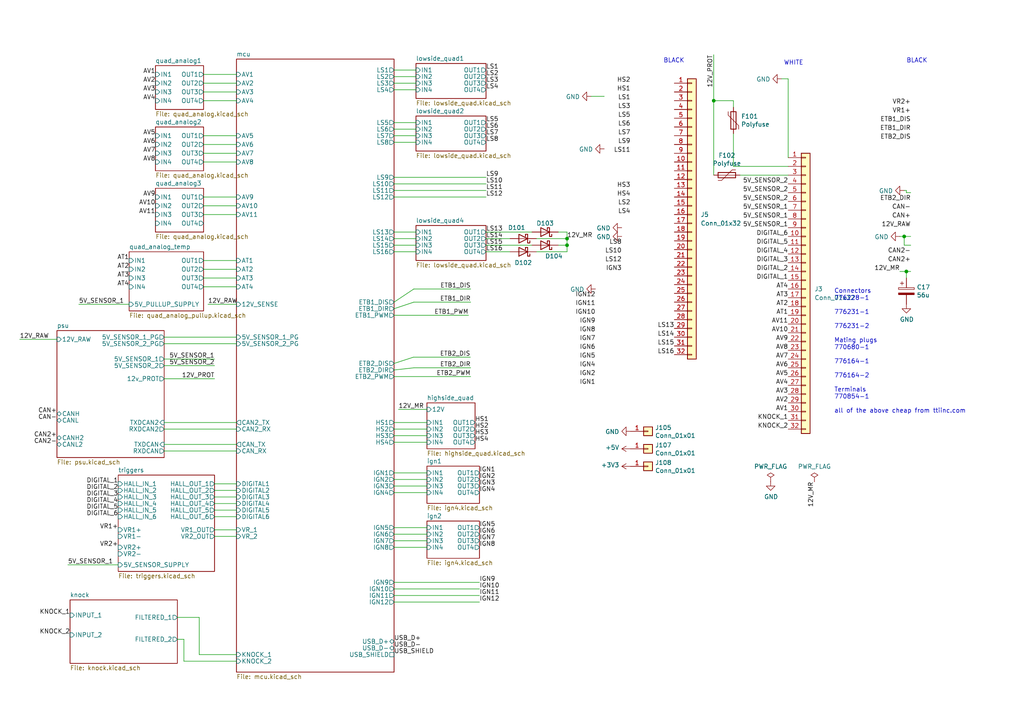
<source format=kicad_sch>
(kicad_sch (version 20211123) (generator eeschema)
  (paper "A4")
  (title_block (title "rusEfi Proteus") (date "2022-04-09") (rev "v0.7") (company "rusEFI") (comment 1 "github.com/mck1117/proteus") (comment 2 "rusefi.com/s/proteus"))
  (lib_symbols
    (symbol "Connector_Generic:Conn_01x01" (pin_names (offset 1.016) hide)
      (property "Reference" "J" (at 0 2.54 0))
      (property "Value" "Conn_01x01" (at 0 -2.54 0))
      (symbol "Conn_01x01_1_1"
        (rectangle (start -1.27 0.127) (end 0 -0.127) (stroke (width 0.1524)))
        (rectangle (start -1.27 1.27) (end 1.27 -1.27) (stroke (width 0.254)) (fill (type background)))
        (pin passive line (at -5.08 0 0) (length 3.81) (name "Pin_1") (number "1"))
      )
    )
    (symbol "Connector_Generic:Conn_01x16" (pin_names (offset 1.016) hide)
      (property "Reference" "J" (at 0 20.32 0))
      (property "Value" "Conn_01x16" (at 0 -22.86 0))
      (symbol "Conn_01x16_1_1"
        (rectangle (start -1.27 -20.193) (end 0 -20.447) (stroke (width 0.1524)))
        (rectangle (start -1.27 -17.653) (end 0 -17.907) (stroke (width 0.1524)))
        (rectangle (start -1.27 -15.113) (end 0 -15.367) (stroke (width 0.1524)))
        (rectangle (start -1.27 -12.573) (end 0 -12.827) (stroke (width 0.1524)))
        (rectangle (start -1.27 -10.033) (end 0 -10.287) (stroke (width 0.1524)))
        (rectangle (start -1.27 -7.493) (end 0 -7.747) (stroke (width 0.1524)))
        (rectangle (start -1.27 -4.953) (end 0 -5.207) (stroke (width 0.1524)))
        (rectangle (start -1.27 -2.413) (end 0 -2.667) (stroke (width 0.1524)))
        (rectangle (start -1.27 0.127) (end 0 -0.127) (stroke (width 0.1524)))
        (rectangle (start -1.27 2.667) (end 0 2.413) (stroke (width 0.1524)))
        (rectangle (start -1.27 5.207) (end 0 4.953) (stroke (width 0.1524)))
        (rectangle (start -1.27 7.747) (end 0 7.493) (stroke (width 0.1524)))
        (rectangle (start -1.27 10.287) (end 0 10.033) (stroke (width 0.1524)))
        (rectangle (start -1.27 12.827) (end 0 12.573) (stroke (width 0.1524)))
        (rectangle (start -1.27 15.367) (end 0 15.113) (stroke (width 0.1524)))
        (rectangle (start -1.27 17.907) (end 0 17.653) (stroke (width 0.1524)))
        (rectangle (start -1.27 19.05) (end 1.27 -21.59) (stroke (width 0.254)) (fill (type background)))
        (pin passive line (at -5.08 17.78 0) (length 3.81) (name "Pin_1") (number "1"))
        (pin passive line (at -5.08 -5.08 0) (length 3.81) (name "Pin_10") (number "10"))
        (pin passive line (at -5.08 -7.62 0) (length 3.81) (name "Pin_11") (number "11"))
        (pin passive line (at -5.08 -10.16 0) (length 3.81) (name "Pin_12") (number "12"))
        (pin passive line (at -5.08 -12.7 0) (length 3.81) (name "Pin_13") (number "13"))
        (pin passive line (at -5.08 -15.24 0) (length 3.81) (name "Pin_14") (number "14"))
        (pin passive line (at -5.08 -17.78 0) (length 3.81) (name "Pin_15") (number "15"))
        (pin passive line (at -5.08 -20.32 0) (length 3.81) (name "Pin_16") (number "16"))
        (pin passive line (at -5.08 15.24 0) (length 3.81) (name "Pin_2") (number "2"))
        (pin passive line (at -5.08 12.7 0) (length 3.81) (name "Pin_3") (number "3"))
        (pin passive line (at -5.08 10.16 0) (length 3.81) (name "Pin_4") (number "4"))
        (pin passive line (at -5.08 7.62 0) (length 3.81) (name "Pin_5") (number "5"))
        (pin passive line (at -5.08 5.08 0) (length 3.81) (name "Pin_6") (number "6"))
        (pin passive line (at -5.08 2.54 0) (length 3.81) (name "Pin_7") (number "7"))
        (pin passive line (at -5.08 0 0) (length 3.81) (name "Pin_8") (number "8"))
        (pin passive line (at -5.08 -2.54 0) (length 3.81) (name "Pin_9") (number "9"))
      )
    )
    (symbol "Connector_Generic:Conn_01x32" (pin_names (offset 1.016) hide)
      (property "Reference" "J" (at 0 40.64 0))
      (property "Value" "Conn_01x32" (at 0 -43.18 0))
      (symbol "Conn_01x32_1_1"
        (rectangle (start -1.27 -40.513) (end 0 -40.767) (stroke (width 0.1524)))
        (rectangle (start -1.27 -37.973) (end 0 -38.227) (stroke (width 0.1524)))
        (rectangle (start -1.27 -35.433) (end 0 -35.687) (stroke (width 0.1524)))
        (rectangle (start -1.27 -32.893) (end 0 -33.147) (stroke (width 0.1524)))
        (rectangle (start -1.27 -30.353) (end 0 -30.607) (stroke (width 0.1524)))
        (rectangle (start -1.27 -27.813) (end 0 -28.067) (stroke (width 0.1524)))
        (rectangle (start -1.27 -25.273) (end 0 -25.527) (stroke (width 0.1524)))
        (rectangle (start -1.27 -22.733) (end 0 -22.987) (stroke (width 0.1524)))
        (rectangle (start -1.27 -20.193) (end 0 -20.447) (stroke (width 0.1524)))
        (rectangle (start -1.27 -17.653) (end 0 -17.907) (stroke (width 0.1524)))
        (rectangle (start -1.27 -15.113) (end 0 -15.367) (stroke (width 0.1524)))
        (rectangle (start -1.27 -12.573) (end 0 -12.827) (stroke (width 0.1524)))
        (rectangle (start -1.27 -10.033) (end 0 -10.287) (stroke (width 0.1524)))
        (rectangle (start -1.27 -7.493) (end 0 -7.747) (stroke (width 0.1524)))
        (rectangle (start -1.27 -4.953) (end 0 -5.207) (stroke (width 0.1524)))
        (rectangle (start -1.27 -2.413) (end 0 -2.667) (stroke (width 0.1524)))
        (rectangle (start -1.27 0.127) (end 0 -0.127) (stroke (width 0.1524)))
        (rectangle (start -1.27 2.667) (end 0 2.413) (stroke (width 0.1524)))
        (rectangle (start -1.27 5.207) (end 0 4.953) (stroke (width 0.1524)))
        (rectangle (start -1.27 7.747) (end 0 7.493) (stroke (width 0.1524)))
        (rectangle (start -1.27 10.287) (end 0 10.033) (stroke (width 0.1524)))
        (rectangle (start -1.27 12.827) (end 0 12.573) (stroke (width 0.1524)))
        (rectangle (start -1.27 15.367) (end 0 15.113) (stroke (width 0.1524)))
        (rectangle (start -1.27 17.907) (end 0 17.653) (stroke (width 0.1524)))
        (rectangle (start -1.27 20.447) (end 0 20.193) (stroke (width 0.1524)))
        (rectangle (start -1.27 22.987) (end 0 22.733) (stroke (width 0.1524)))
        (rectangle (start -1.27 25.527) (end 0 25.273) (stroke (width 0.1524)))
        (rectangle (start -1.27 28.067) (end 0 27.813) (stroke (width 0.1524)))
        (rectangle (start -1.27 30.607) (end 0 30.353) (stroke (width 0.1524)))
        (rectangle (start -1.27 33.147) (end 0 32.893) (stroke (width 0.1524)))
        (rectangle (start -1.27 35.687) (end 0 35.433) (stroke (width 0.1524)))
        (rectangle (start -1.27 38.227) (end 0 37.973) (stroke (width 0.1524)))
        (rectangle (start -1.27 39.37) (end 1.27 -41.91) (stroke (width 0.254)) (fill (type background)))
        (pin passive line (at -5.08 38.1 0) (length 3.81) (name "Pin_1") (number "1"))
        (pin passive line (at -5.08 15.24 0) (length 3.81) (name "Pin_10") (number "10"))
        (pin passive line (at -5.08 12.7 0) (length 3.81) (name "Pin_11") (number "11"))
        (pin passive line (at -5.08 10.16 0) (length 3.81) (name "Pin_12") (number "12"))
        (pin passive line (at -5.08 7.62 0) (length 3.81) (name "Pin_13") (number "13"))
        (pin passive line (at -5.08 5.08 0) (length 3.81) (name "Pin_14") (number "14"))
        (pin passive line (at -5.08 2.54 0) (length 3.81) (name "Pin_15") (number "15"))
        (pin passive line (at -5.08 0 0) (length 3.81) (name "Pin_16") (number "16"))
        (pin passive line (at -5.08 -2.54 0) (length 3.81) (name "Pin_17") (number "17"))
        (pin passive line (at -5.08 -5.08 0) (length 3.81) (name "Pin_18") (number "18"))
        (pin passive line (at -5.08 -7.62 0) (length 3.81) (name "Pin_19") (number "19"))
        (pin passive line (at -5.08 35.56 0) (length 3.81) (name "Pin_2") (number "2"))
        (pin passive line (at -5.08 -10.16 0) (length 3.81) (name "Pin_20") (number "20"))
        (pin passive line (at -5.08 -12.7 0) (length 3.81) (name "Pin_21") (number "21"))
        (pin passive line (at -5.08 -15.24 0) (length 3.81) (name "Pin_22") (number "22"))
        (pin passive line (at -5.08 -17.78 0) (length 3.81) (name "Pin_23") (number "23"))
        (pin passive line (at -5.08 -20.32 0) (length 3.81) (name "Pin_24") (number "24"))
        (pin passive line (at -5.08 -22.86 0) (length 3.81) (name "Pin_25") (number "25"))
        (pin passive line (at -5.08 -25.4 0) (length 3.81) (name "Pin_26") (number "26"))
        (pin passive line (at -5.08 -27.94 0) (length 3.81) (name "Pin_27") (number "27"))
        (pin passive line (at -5.08 -30.48 0) (length 3.81) (name "Pin_28") (number "28"))
        (pin passive line (at -5.08 -33.02 0) (length 3.81) (name "Pin_29") (number "29"))
        (pin passive line (at -5.08 33.02 0) (length 3.81) (name "Pin_3") (number "3"))
        (pin passive line (at -5.08 -35.56 0) (length 3.81) (name "Pin_30") (number "30"))
        (pin passive line (at -5.08 -38.1 0) (length 3.81) (name "Pin_31") (number "31"))
        (pin passive line (at -5.08 -40.64 0) (length 3.81) (name "Pin_32") (number "32"))
        (pin passive line (at -5.08 30.48 0) (length 3.81) (name "Pin_4") (number "4"))
        (pin passive line (at -5.08 27.94 0) (length 3.81) (name "Pin_5") (number "5"))
        (pin passive line (at -5.08 25.4 0) (length 3.81) (name "Pin_6") (number "6"))
        (pin passive line (at -5.08 22.86 0) (length 3.81) (name "Pin_7") (number "7"))
        (pin passive line (at -5.08 20.32 0) (length 3.81) (name "Pin_8") (number "8"))
        (pin passive line (at -5.08 17.78 0) (length 3.81) (name "Pin_9") (number "9"))
      )
    )
    (symbol "Device:CP" (pin_numbers hide) (pin_names (offset 0.254))
      (property "Reference" "C" (at 0.635 2.54 0))
      (property "Value" "Device_CP" (at 0.635 -2.54 0))
      (symbol "CP_0_1"
        (rectangle (start -2.286 0.508) (end 2.286 1.016))
        (polyline (pts (xy -1.778 2.286) (xy -0.762 2.286)))
        (polyline (pts (xy -1.27 2.794) (xy -1.27 1.778)))
        (rectangle (start 2.286 -0.508) (end -2.286 -1.016) (fill (type outline)))
      )
      (symbol "CP_1_1"
        (pin passive line (at 0 3.81 270) (length 2.794) (name "~") (number "1"))
        (pin passive line (at 0 -3.81 90) (length 2.794) (name "~") (number "2"))
      )
    )
    (symbol "Device:D_Schottky" (pin_numbers hide) (pin_names (offset 1.016) hide)
      (property "Reference" "D" (at 0 2.54 0))
      (property "Value" "D_Schottky" (at 0 -2.54 0))
      (symbol "D_Schottky_0_1"
        (polyline (pts (xy 1.27 0) (xy -1.27 0)))
        (polyline (pts (xy 1.27 1.27) (xy 1.27 -1.27) (xy -1.27 0) (xy 1.27 1.27)) (stroke (width 0.254)))
        (polyline (pts (xy -1.905 0.635) (xy -1.905 1.27) (xy -1.27 1.27) (xy -1.27 -1.27) (xy -0.635 -1.27) (xy -0.635 -0.635)) (stroke (width 0.254)))
      )
      (symbol "D_Schottky_1_1"
        (pin passive line (at -3.81 0 0) (length 2.54) (name "K") (number "1"))
        (pin passive line (at 3.81 0 180) (length 2.54) (name "A") (number "2"))
      )
    )
    (symbol "Device:Polyfuse" (pin_numbers hide) (pin_names (offset 0))
      (property "Reference" "F" (at -2.54 0 90))
      (property "Value" "Polyfuse" (at 2.54 0 90))
      (symbol "Polyfuse_0_1"
        (rectangle (start -0.762 2.54) (end 0.762 -2.54) (stroke (width 0.254)))
        (polyline (pts (xy 0 2.54) (xy 0 -2.54)))
        (polyline (pts (xy -1.524 2.54) (xy -1.524 1.524) (xy 1.524 -1.524) (xy 1.524 -2.54)))
      )
      (symbol "Polyfuse_1_1"
        (pin passive line (at 0 3.81 270) (length 1.27) (name "~") (number "1"))
        (pin passive line (at 0 -3.81 90) (length 1.27) (name "~") (number "2"))
      )
    )
    (symbol "power:+3.3V" (power) (pin_names (offset 0))
      (property "Value" "+3.3V" (at 0 3.556 0))
      (symbol "+3.3V_0_1"
        (polyline (pts (xy -0.762 1.27) (xy 0 2.54)))
        (polyline (pts (xy 0 0) (xy 0 2.54)))
        (polyline (pts (xy 0 2.54) (xy 0.762 1.27)))
      )
      (symbol "+3.3V_1_1"
        (pin power_in line (at 0 0 90) (length 0) hide (name "+3V3") (number "1"))
      )
    )
    (symbol "power:+5V" (power) (pin_names (offset 0))
      (property "Value" "+5V" (at 0 3.556 0))
      (symbol "+5V_0_1"
        (polyline (pts (xy -0.762 1.27) (xy 0 2.54)))
        (polyline (pts (xy 0 0) (xy 0 2.54)))
        (polyline (pts (xy 0 2.54) (xy 0.762 1.27)))
      )
      (symbol "+5V_1_1"
        (pin power_in line (at 0 0 90) (length 0) hide (name "+5V") (number "1"))
      )
    )
    (symbol "power:GND" (power) (pin_names (offset 0))
      (property "Value" "GND" (at 0 -3.81 0))
      (symbol "GND_0_1"
        (polyline (pts (xy 0 0) (xy 0 -1.27) (xy 1.27 -1.27) (xy 0 -2.54) (xy -1.27 -1.27) (xy 0 -1.27)))
      )
      (symbol "GND_1_1"
        (pin power_in line (at 0 0 270) (length 0) hide (name "GND") (number "1"))
      )
    )
    (symbol "power:PWR_FLAG" (power) (pin_numbers hide) (pin_names (offset 0) hide)
      (property "Value" "PWR_FLAG" (at 0 3.81 0))
      (symbol "PWR_FLAG_0_0"
        (pin power_out line (at 0 0 90) (length 0) (name "pwr") (number "1"))
      )
      (symbol "PWR_FLAG_0_1"
        (polyline (pts (xy 0 0) (xy 0 1.27) (xy -1.016 1.905) (xy 0 2.54) (xy 1.016 1.905) (xy 0 1.27)))
      )
    )
  )
  (junction (at 164.465 69.215))
  (junction (at 164.465 71.12))
  (junction (at 262.89 78.74))
  (junction (at 207.01 29.21))
  (junction (at 262.255 68.58))
  (wire (pts (xy 62.23 144.145) (xy 68.58 144.145)))
  (wire (pts (xy 212.725 29.21) (xy 207.01 29.21)))
  (wire (pts (xy 114.3 168.91) (xy 139.065 168.91)))
  (wire (pts (xy 262.89 78.74) (xy 264.16 78.74)))
  (wire (pts (xy 62.23 106.045) (xy 47.625 106.045)))
  (wire (pts (xy 19.685 163.83) (xy 34.29 163.83)))
  (wire (pts (xy 47.625 124.46) (xy 68.58 124.46)))
  (wire (pts (xy 147.955 69.215) (xy 140.97 69.215)))
  (wire (pts (xy 164.465 69.215) (xy 164.465 67.31)))
  (wire (pts (xy 226.695 22.86) (xy 228.6 22.86)))
  (wire (pts (xy 123.825 142.875) (xy 114.3 142.875)))
  (wire (pts (xy 123.825 158.75) (xy 114.3 158.75)))
  (wire (pts (xy 114.3 35.56) (xy 120.65 35.56)))
  (wire (pts (xy 114.3 71.12) (xy 120.65 71.12)))
  (wire (pts (xy 114.3 128.27) (xy 123.825 128.27)))
  (wire (pts (xy 114.3 153.035) (xy 123.825 153.035)))
  (wire (pts (xy 260.985 78.74) (xy 262.89 78.74)))
  (wire (pts (xy 114.3 174.625) (xy 139.065 174.625)))
  (wire (pts (xy 140.97 67.31) (xy 154.305 67.31)))
  (wire (pts (xy 120.65 73.025) (xy 114.3 73.025)))
  (wire (pts (xy 62.23 147.955) (xy 68.58 147.955)))
  (wire (pts (xy 114.3 53.34) (xy 140.97 53.34)))
  (wire (pts (xy 140.97 71.12) (xy 154.305 71.12)))
  (wire (pts (xy 120.015 106.68) (xy 114.3 107.315)))
  (wire (pts (xy 115.57 118.745) (xy 123.825 118.745)))
  (wire (pts (xy 262.89 55.245) (xy 262.89 55.88)))
  (wire (pts (xy 114.3 67.31) (xy 120.65 67.31)))
  (wire (pts (xy 147.955 73.025) (xy 140.97 73.025)))
  (wire (pts (xy 164.465 67.31) (xy 161.925 67.31)))
  (wire (pts (xy 114.3 55.245) (xy 140.97 55.245)))
  (wire (pts (xy 214.63 50.8) (xy 228.6 50.8)))
  (wire (pts (xy 68.58 130.81) (xy 47.625 130.81)))
  (wire (pts (xy 171.45 27.94) (xy 175.26 27.94)))
  (wire (pts (xy 264.16 68.58) (xy 262.255 68.58)))
  (wire (pts (xy 120.65 41.275) (xy 114.3 41.275)))
  (wire (pts (xy 207.01 15.875) (xy 207.01 29.21)))
  (wire (pts (xy 68.58 29.21) (xy 59.055 29.21)))
  (wire (pts (xy 68.58 142.24) (xy 62.23 142.24)))
  (wire (pts (xy 114.3 91.44) (xy 135.89 91.44)))
  (wire (pts (xy 228.6 48.26) (xy 212.725 48.26)))
  (wire (pts (xy 114.3 20.32) (xy 120.65 20.32)))
  (wire (pts (xy 57.785 189.865) (xy 68.58 189.865)))
  (wire (pts (xy 114.3 109.22) (xy 136.525 109.22)))
  (wire (pts (xy 120.015 83.82) (xy 136.525 83.82)))
  (wire (pts (xy 68.58 59.69) (xy 59.055 59.69)))
  (wire (pts (xy 262.89 80.645) (xy 262.89 78.74)))
  (wire (pts (xy 59.055 57.15) (xy 68.58 57.15)))
  (wire (pts (xy 5.715 98.425) (xy 16.51 98.425)))
  (wire (pts (xy 161.925 71.12) (xy 164.465 71.12)))
  (wire (pts (xy 120.65 22.225) (xy 114.3 22.225)))
  (wire (pts (xy 62.23 140.335) (xy 68.58 140.335)))
  (wire (pts (xy 51.435 185.42) (xy 53.34 185.42)))
  (wire (pts (xy 123.825 140.97) (xy 114.3 140.97)))
  (wire (pts (xy 59.055 44.45) (xy 68.58 44.45)))
  (wire (pts (xy 47.625 97.79) (xy 68.58 97.79)))
  (wire (pts (xy 47.625 99.695) (xy 68.58 99.695)))
  (wire (pts (xy 47.625 109.855) (xy 62.23 109.855)))
  (wire (pts (xy 59.055 75.565) (xy 68.58 75.565)))
  (wire (pts (xy 53.34 185.42) (xy 53.34 191.77)))
  (wire (pts (xy 262.89 55.88) (xy 264.16 55.88)))
  (wire (pts (xy 59.055 39.37) (xy 68.58 39.37)))
  (wire (pts (xy 114.3 137.16) (xy 123.825 137.16)))
  (wire (pts (xy 120.65 69.215) (xy 114.3 69.215)))
  (wire (pts (xy 60.325 88.265) (xy 68.58 88.265)))
  (wire (pts (xy 212.725 31.115) (xy 212.725 29.21)))
  (wire (pts (xy 68.58 78.105) (xy 59.055 78.105)))
  (wire (pts (xy 62.23 153.67) (xy 68.58 153.67)))
  (wire (pts (xy 228.6 22.86) (xy 228.6 45.72)))
  (wire (pts (xy 114.3 39.37) (xy 120.65 39.37)))
  (wire (pts (xy 47.625 128.905) (xy 68.58 128.905)))
  (wire (pts (xy 59.055 80.645) (xy 68.58 80.645)))
  (wire (pts (xy 120.65 26.035) (xy 114.3 26.035)))
  (wire (pts (xy 120.015 83.82) (xy 114.3 87.63)))
  (wire (pts (xy 164.465 73.025) (xy 164.465 71.12)))
  (wire (pts (xy 123.825 126.365) (xy 114.3 126.365)))
  (wire (pts (xy 114.3 170.815) (xy 139.065 170.815)))
  (wire (pts (xy 262.255 71.12) (xy 264.16 71.12)))
  (wire (pts (xy 207.01 29.21) (xy 207.01 50.8)))
  (wire (pts (xy 53.34 191.77) (xy 68.58 191.77)))
  (wire (pts (xy 262.255 55.245) (xy 262.89 55.245)))
  (wire (pts (xy 59.055 62.23) (xy 68.58 62.23)))
  (wire (pts (xy 59.055 26.67) (xy 68.58 26.67)))
  (wire (pts (xy 120.015 87.63) (xy 136.525 87.63)))
  (wire (pts (xy 119.9173 103.5911) (xy 136.4273 103.5911)))
  (wire (pts (xy 68.58 146.05) (xy 62.23 146.05)))
  (wire (pts (xy 68.58 46.99) (xy 59.055 46.99)))
  (wire (pts (xy 47.625 104.14) (xy 62.23 104.14)))
  (wire (pts (xy 212.725 48.26) (xy 212.725 38.735)))
  (wire (pts (xy 155.575 73.025) (xy 164.465 73.025)))
  (wire (pts (xy 68.58 83.185) (xy 59.055 83.185)))
  (wire (pts (xy 68.58 24.13) (xy 59.055 24.13)))
  (wire (pts (xy 114.3 172.72) (xy 139.065 172.72)))
  (wire (pts (xy 260.985 68.58) (xy 262.255 68.58)))
  (wire (pts (xy 22.86 88.265) (xy 37.465 88.265)))
  (wire (pts (xy 62.23 149.86) (xy 68.58 149.86)))
  (wire (pts (xy 164.465 69.215) (xy 155.575 69.215)))
  (wire (pts (xy 114.3 57.15) (xy 140.97 57.15)))
  (wire (pts (xy 119.9173 103.5911) (xy 114.3 105.41)))
  (wire (pts (xy 47.625 122.555) (xy 68.58 122.555)))
  (wire (pts (xy 123.825 122.555) (xy 114.3 122.555)))
  (wire (pts (xy 51.435 179.07) (xy 57.785 179.07)))
  (wire (pts (xy 164.465 71.12) (xy 164.465 69.215)))
  (wire (pts (xy 120.015 87.63) (xy 114.3 89.535)))
  (wire (pts (xy 114.3 156.845) (xy 123.825 156.845)))
  (wire (pts (xy 114.3 51.435) (xy 140.97 51.435)))
  (wire (pts (xy 114.3 37.465) (xy 120.65 37.465)))
  (wire (pts (xy 59.055 21.59) (xy 68.58 21.59)))
  (wire (pts (xy 262.255 68.58) (xy 262.255 71.12)))
  (wire (pts (xy 114.3 139.065) (xy 123.825 139.065)))
  (wire (pts (xy 123.825 154.94) (xy 114.3 154.94)))
  (wire (pts (xy 120.015 106.68) (xy 136.525 106.68)))
  (wire (pts (xy 68.58 41.91) (xy 59.055 41.91)))
  (wire (pts (xy 57.785 179.07) (xy 57.785 189.865)))
  (wire (pts (xy 68.58 155.575) (xy 62.23 155.575)))
  (wire (pts (xy 114.3 124.46) (xy 123.825 124.46)))
  (wire (pts (xy 114.3 24.13) (xy 120.65 24.13)))
  (text "BLACK" (at 192.405 18.415 0) (effects (font (size 1.27 1.27)) (justify left bottom)))
  (text "Connectors\n776228-1\n\n776231-1\n\n776231-2\n\nMating plugs\n770680-1\n\n776164-1\n\n776164-2\n\nTerminals\n770854-1\n\nall of the above cheap from ttiinc.com" (at 241.935 120.015 0) (effects (font (size 1.27 1.27)) (justify left bottom)))
  (text "BLACK" (at 262.89 18.415 0) (effects (font (size 1.27 1.27)) (justify left bottom)))
  (text "WHITE" (at 227.33 19.05 0) (effects (font (size 1.27 1.27)) (justify left bottom)))
  (label "LS16" (at 140.97 73.025 0))
  (label "12V_RAW" (at 5.715 98.425 0))
  (label "DIGITAL_1" (at 228.6 81.28 180))
  (label "HS4" (at 137.795 128.27 0))
  (label "KNOCK_1" (at 228.6 121.92 180))
  (label "AV7" (at 228.6 104.14 180))
  (label "AT3" (at 37.465 80.645 180))
  (label "CAN2-" (at 264.16 73.66 180))
  (label "AV3" (at 228.6 114.3 180))
  (label "AV7" (at 45.085 44.45 180))
  (label "IGN10" (at 139.065 170.815 0))
  (label "ETB2_DIR" (at 264.16 58.42 180))
  (label "AV8" (at 228.6 101.6 180))
  (label "AV9" (at 228.6 99.06 180))
  (label "CAN-" (at 264.16 60.96 180))
  (label "DIGITAL_6" (at 34.29 149.86 180))
  (label "HS2" (at 182.88 24.13 180))
  (label "AV9" (at 45.085 57.15 180))
  (label "CAN2+" (at 16.51 127 180))
  (label "IGN11" (at 172.72 88.9 180))
  (label "AV11" (at 228.6 93.98 180))
  (label "AV1" (at 45.085 21.59 180))
  (label "AT1" (at 37.465 75.565 180))
  (label "DIGITAL_3" (at 228.6 76.2 180))
  (label "AT1" (at 228.6 91.44 180))
  (label "LS9" (at 182.88 41.91 180))
  (label "IGN8" (at 139.065 158.75 0))
  (label "AV4" (at 228.6 111.76 180))
  (label "5V_SENSOR_1" (at 228.6 60.96 180))
  (label "5V_SENSOR_1" (at 228.6 63.5 180))
  (label "LS1" (at 182.88 29.21 180))
  (label "ETB2_DIS" (at 264.16 40.64 180))
  (label "ETB2_DIR" (at 136.525 106.68 180))
  (label "VR2+" (at 34.29 158.75 180))
  (label "LS16" (at 195.58 102.87 180))
  (label "5V_SENSOR_2" (at 228.6 55.88 180))
  (label "ETB1_DIR" (at 264.16 38.1 180))
  (label "12V_MR" (at 236.22 139.7 270))
  (label "DIGITAL_1" (at 34.29 140.335 180))
  (label "LS5" (at 140.97 35.56 0))
  (label "LS7" (at 182.88 39.37 180))
  (label "IGN7" (at 139.065 156.845 0))
  (label "5V_SENSOR_1" (at 19.685 163.83 0))
  (label "IGN5" (at 172.72 104.14 180))
  (label "LS13" (at 195.58 95.25 180))
  (label "12V_PROT" (at 62.23 109.855 180))
  (label "AV2" (at 228.6 116.84 180))
  (label "LS7" (at 140.97 39.37 0))
  (label "DIGITAL_2" (at 228.6 78.74 180))
  (label "AV6" (at 228.6 106.68 180))
  (label "LS2" (at 182.88 59.69 180))
  (label "5V_SENSOR_2" (at 62.23 106.045 180))
  (label "IGN5" (at 139.065 153.035 0))
  (label "5V_SENSOR_1" (at 62.23 104.14 180))
  (label "IGN1" (at 139.065 137.16 0))
  (label "USB_D-" (at 114.3 187.96 0))
  (label "IGN4" (at 172.72 106.68 180))
  (label "IGN2" (at 139.065 139.065 0))
  (label "AT3" (at 228.6 86.36 180))
  (label "DIGITAL_5" (at 228.6 71.12 180))
  (label "KNOCK_2" (at 228.6 124.46 180))
  (label "CAN2-" (at 16.51 128.905 180))
  (label "AV2" (at 45.085 24.13 180))
  (label "12V_MR" (at 260.985 78.74 180))
  (label "USB_SHIELD" (at 114.3 189.865 0))
  (label "5V_SENSOR_1" (at 228.6 66.04 180))
  (label "DIGITAL_5" (at 34.29 147.955 180))
  (label "HS2" (at 137.795 124.46 0))
  (label "IGN10" (at 172.72 91.44 180))
  (label "AT2" (at 37.465 78.105 180))
  (label "LS4" (at 140.97 26.035 0))
  (label "12V_MR" (at 164.465 69.215 0))
  (label "LS3" (at 182.88 31.75 180))
  (label "LS4" (at 182.88 62.23 180))
  (label "LS11" (at 182.88 44.45 180))
  (label "LS8" (at 180.34 71.12 180))
  (label "CAN+" (at 264.16 63.5 180))
  (label "IGN6" (at 139.065 154.94 0))
  (label "LS15" (at 195.58 100.33 180))
  (label "HS1" (at 137.795 122.555 0))
  (label "LS8" (at 140.97 41.275 0))
  (label "IGN7" (at 172.72 99.06 180))
  (label "VR1+" (at 264.16 33.02 180))
  (label "AV1" (at 228.6 119.38 180))
  (label "DIGITAL_3" (at 34.29 144.145 180))
  (label "ETB2_DIS" (at 136.4273 103.5911 180))
  (label "LS2" (at 140.97 22.225 0))
  (label "12V_RAW" (at 264.16 66.04 180))
  (label "IGN1" (at 172.72 111.76 180))
  (label "AV11" (at 45.085 62.23 180))
  (label "AT2" (at 228.6 88.9 180))
  (label "IGN9" (at 172.72 93.98 180))
  (label "IGN3" (at 180.34 78.74 180))
  (label "LS3" (at 140.97 24.13 0))
  (label "IGN11" (at 139.065 172.72 0))
  (label "5V_SENSOR_2" (at 228.6 53.34 180))
  (label "LS15" (at 140.97 71.12 0))
  (label "USB_D+" (at 114.3 186.055 0))
  (label "KNOCK_2" (at 20.32 184.15 180))
  (label "AV8" (at 45.085 46.99 180))
  (label "AT4" (at 228.6 83.82 180))
  (label "LS1" (at 140.97 20.32 0))
  (label "AV10" (at 228.6 96.52 180))
  (label "IGN12" (at 172.72 86.36 180))
  (label "12V_RAW" (at 60.325 88.265 0))
  (label "LS12" (at 180.34 76.2 180))
  (label "AV5" (at 228.6 109.22 180))
  (label "IGN8" (at 172.72 96.52 180))
  (label "ETB1_DIS" (at 136.525 83.82 180))
  (label "IGN2" (at 172.72 109.22 180))
  (label "CAN2+" (at 264.16 76.2 180))
  (label "LS10" (at 140.97 53.34 0))
  (label "5V_SENSOR_2" (at 228.6 58.42 180))
  (label "LS6" (at 182.88 36.83 180))
  (label "12V_PROT" (at 207.01 25.4 90))
  (label "AT4" (at 37.465 83.185 180))
  (label "HS1" (at 182.88 26.67 180))
  (label "CAN-" (at 16.51 121.92 180))
  (label "12V_MR" (at 115.57 118.745 0))
  (label "LS10" (at 180.34 73.66 180))
  (label "ETB2_PWM" (at 136.525 109.22 180))
  (label "LS9" (at 140.97 51.435 0))
  (label "AV5" (at 45.085 39.37 180))
  (label "AV4" (at 45.085 29.21 180))
  (label "HS3" (at 137.795 126.365 0))
  (label "ETB1_DIS" (at 264.16 35.56 180))
  (label "IGN3" (at 139.065 140.97 0))
  (label "AV10" (at 45.085 59.69 180))
  (label "LS5" (at 182.88 34.29 180))
  (label "IGN9" (at 139.065 168.91 0))
  (label "HS3" (at 182.88 54.61 180))
  (label "LS12" (at 140.97 57.15 0))
  (label "CAN+" (at 16.51 120.015 180))
  (label "LS6" (at 140.97 37.465 0))
  (label "ETB1_PWM" (at 135.89 91.44 180))
  (label "AV6" (at 45.085 41.91 180))
  (label "VR2+" (at 264.16 30.48 180))
  (label "ETB1_DIR" (at 136.525 87.63 180))
  (label "LS14" (at 195.58 97.79 180))
  (label "DIGITAL_2" (at 34.29 142.24 180))
  (label "AV3" (at 45.085 26.67 180))
  (label "DIGITAL_6" (at 228.6 68.58 180))
  (label "LS14" (at 140.97 69.215 0))
  (label "HS4" (at 182.88 57.15 180))
  (label "VR1+" (at 34.29 153.67 180))
  (label "IGN12" (at 139.065 174.625 0))
  (label "5V_SENSOR_1" (at 22.86 88.265 0))
  (label "DIGITAL_4" (at 34.29 146.05 180))
  (label "LS13" (at 140.97 67.31 0))
  (label "IGN4" (at 139.065 142.875 0))
  (label "LS11" (at 140.97 55.245 0))
  (label "IGN6" (at 172.72 101.6 180))
  (label "KNOCK_1" (at 20.32 178.435 180))
  (label "DIGITAL_4" (at 228.6 73.66 180))
  (symbol (lib_id "power:GND") (at 260.985 68.58 270) (unit 1)
    (property "Reference" "#PWR0101" (effects hide))
    (property "Value" "GND" (at 257.7338 68.707 90) (effects (justify right)))
  )
  (symbol (lib_id "power:GND") (at 180.34 66.04 270) (unit 1)
    (property "Reference" "#PWR0140" (effects hide))
    (property "Value" "GND" (at 177.0888 66.167 90) (effects (justify right)))
  )
  (symbol (lib_id "power:GND") (at 180.34 68.58 270) (unit 1)
    (property "Reference" "#PWR0141" (effects hide))
    (property "Value" "GND" (at 177.0888 68.707 90) (effects (justify right)))
  )
  (symbol (lib_id "power:GND") (at 226.695 22.86 270) (unit 1)
    (property "Reference" "#PWR0142" (effects hide))
    (property "Value" "GND" (at 223.4438 22.987 90) (effects (justify right)))
  )
  (symbol (lib_id "power:GND") (at 172.72 83.82 270) (unit 1)
    (property "Reference" "#PWR0209" (effects hide))
    (property "Value" "GND" (at 169.4688 83.947 90) (effects (justify right)))
  )
  (symbol (lib_id "power:GND") (at 171.45 27.94 270) (unit 1)
    (property "Reference" "#PWR0112" (effects hide))
    (property "Value" "GND" (at 168.1988 28.067 90) (effects (justify right)))
  )
  (symbol (lib_id "Device:Polyfuse") (at 212.725 34.925 180) (unit 1)
    (property "Reference" "F101" (at 214.9602 33.7566 0) (effects (justify right)))
    (property "Value" "Polyfuse" (at 214.9602 36.068 0) (effects (justify right)))
    (property "Footprint" "Resistor_SMD:R_1206_3216Metric" (effects hide))
    (property "PN" "1206L012WR" (effects hide))
    (property "LCSC" "C207035" (effects hide))
    (property "LCSC_ext" "1" (effects hide))
  )
  (symbol (lib_id "Device:Polyfuse") (at 210.82 50.8 90) (unit 1)
    (property "Reference" "F102" (at 210.82 45.085 90))
    (property "Value" "Polyfuse" (at 210.82 47.3964 90))
    (property "Footprint" "Resistor_SMD:R_1206_3216Metric" (effects hide))
    (property "PN" "1206L012WR" (effects hide))
    (property "LCSC" "C207035" (effects hide))
    (property "LCSC_ext" "1" (effects hide))
  )
  (symbol (lib_id "Connector_Generic:Conn_01x01") (at 187.96 125.095 0) (unit 1)
    (property "Reference" "J105" (at 189.992 124.0282 0) (effects (justify left)))
    (property "Value" "Conn_01x01" (at 189.992 126.3396 0) (effects (justify left)))
    (property "Footprint" "TestPoint:TestPoint_Pad_D3.0mm" (effects hide))
    (property "LCSC" "N/A" (effects hide))
  )
  (symbol (lib_id "Connector_Generic:Conn_01x01") (at 187.96 130.175 0) (unit 1)
    (property "Reference" "J107" (at 189.992 129.1082 0) (effects (justify left)))
    (property "Value" "Conn_01x01" (at 189.992 131.4196 0) (effects (justify left)))
    (property "Footprint" "TestPoint:TestPoint_Pad_D3.0mm" (effects hide))
    (property "LCSC" "N/A" (effects hide))
  )
  (symbol (lib_id "Connector_Generic:Conn_01x01") (at 187.96 135.255 0) (unit 1)
    (property "Reference" "J108" (at 189.992 134.1882 0) (effects (justify left)))
    (property "Value" "Conn_01x01" (at 189.992 136.4996 0) (effects (justify left)))
    (property "Footprint" "TestPoint:TestPoint_Pad_D3.0mm" (effects hide))
    (property "LCSC" "N/A" (effects hide))
  )
  (symbol (lib_id "power:GND") (at 182.88 125.095 270) (unit 1)
    (property "Reference" "#PWR0248" (effects hide))
    (property "Value" "GND" (at 179.6288 125.222 90) (effects (justify right)))
  )
  (symbol (lib_id "power:+3.3V") (at 182.88 135.255 90) (unit 1)
    (property "Reference" "#PWR0249" (effects hide))
    (property "Value" "+3.3V" (at 179.6288 134.874 90) (effects (justify left)))
  )
  (symbol (lib_id "power:+5V") (at 182.88 130.175 90) (unit 1)
    (property "Reference" "#PWR0250" (effects hide))
    (property "Value" "+5V" (at 179.6288 129.794 90) (effects (justify left)))
  )
  (symbol (lib_id "power:PWR_FLAG") (at 236.22 139.7 0) (unit 1)
    (property "Reference" "#FLG0108" (effects hide))
    (property "Value" "PWR_FLAG" (at 236.22 135.3058 0))
  )
  (symbol (lib_id "power:GND") (at 223.52 139.7 0) (unit 1)
    (property "Reference" "#PWR0217" (effects hide))
    (property "Value" "GND" (at 223.647 144.0942 0))
  )
  (symbol (lib_id "power:PWR_FLAG") (at 223.52 139.7 0) (unit 1)
    (property "Reference" "#FLG0103" (effects hide))
    (property "Value" "PWR_FLAG" (at 223.52 135.3058 0))
  )
  (symbol (lib_id "power:GND") (at 175.26 43.18 270) (unit 1)
    (property "Reference" "#PWR0107" (effects hide))
    (property "Value" "GND" (at 172.0088 43.307 90) (effects (justify right)))
  )
  (symbol (lib_id "Device:D_Schottky") (at 151.765 73.025 180) (unit 1)
    (property "Reference" "D102" (at 151.765 76.2 0))
    (property "Value" "D_Schottky" (effects hide))
    (property "Footprint" "Diode_SMD:D_SMA" (effects hide))
    (property "LCSC" "C8678" (effects hide))
    (property "LCSC_ext" "0" (effects hide))
  )
  (symbol (lib_id "Device:D_Schottky") (at 158.115 71.12 180) (unit 1)
    (property "Reference" "D104" (at 160.655 74.295 0))
    (property "Value" "D_Schottky" (effects hide))
    (property "Footprint" "Diode_SMD:D_SMA" (effects hide))
    (property "LCSC" "C8678" (effects hide))
    (property "LCSC_ext" "0" (effects hide))
  )
  (symbol (lib_id "Device:D_Schottky") (at 151.765 69.215 180) (unit 1)
    (property "Reference" "D101" (at 149.86 66.04 0))
    (property "Value" "D_Schottky" (effects hide))
    (property "Footprint" "Diode_SMD:D_SMA" (effects hide))
    (property "LCSC" "C8678" (effects hide))
    (property "LCSC_ext" "0" (effects hide))
  )
  (symbol (lib_id "Device:D_Schottky") (at 158.115 67.31 180) (unit 1)
    (property "Reference" "D103" (at 158.115 64.77 0))
    (property "Value" "D_Schottky" (effects hide))
    (property "Footprint" "Diode_SMD:D_SMA" (effects hide))
    (property "LCSC" "C8678" (effects hide))
    (property "LCSC_ext" "0" (effects hide))
  )
  (symbol (lib_id "Device:CP") (at 262.89 84.455 0) (unit 1)
    (property "Reference" "C17" (at 265.8872 83.2866 0) (effects (justify left)))
    (property "Value" "56u" (at 265.8872 85.598 0) (effects (justify left)))
    (property "Footprint" "Capacitor_THT:CP_Radial_D8.0mm_P3.50mm" (effects hide))
    (property "LCSC" "N/A" (effects hide))
    (property "PN" "EEH-AZF1H560B" (effects hide))
  )
  (symbol (lib_id "power:GND") (at 262.89 88.265 0) (unit 1)
    (property "Reference" "#PWR0314" (effects hide))
    (property "Value" "GND" (at 263.017 92.6592 0))
  )
  (symbol (lib_id "power:GND") (at 262.255 55.245 270) (unit 1)
    (property "Reference" "#PWR0321" (effects hide))
    (property "Value" "GND" (at 259.0038 55.372 90) (effects (justify right)))
  )
  (symbol (lib_id "Connector_Generic:Conn_01x32") (at 200.66 62.23 0) (unit 1)
    (property "Reference" "J5" (at 203.2 62.2299 0) (effects (justify left)))
    (property "Value" "Conn_01x32" (at 203.2 64.7699 0) (effects (justify left)))
    (property "Footprint" "Connector_PinHeader_2.54mm:PinHeader_1x32_P2.54mm_Vertical" (effects hide))
  )
  (symbol (lib_id "Connector_Generic:Conn_01x32") (at 233.68 83.82 0) (unit 1)
    (property "Reference" "J3" (at 236.22 83.8199 0) (effects (justify left)))
    (property "Value" "Conn_01x32" (at 236.22 86.3599 0) (effects (justify left)))
    (property "Footprint" "Connector_PinHeader_2.54mm:PinHeader_1x32_P2.54mm_Vertical" (effects hide))
  )
  (symbol (lib_id "Connector_Generic:Conn_01x16") (at 375.92 41.91 0) (unit 1)
    (property "Reference" "J7" (at 378.46 41.9099 0) (effects (justify left)))
    (property "Value" "Conn_01x16" (at 378.46 44.4499 0) (effects (justify left)))
    (property "Footprint" "Connector_PinHeader_2.54mm:PinHeader_1x16_P2.54mm_Vertical" (effects hide))
  )
  (symbol (lib_id "Connector_Generic:Conn_01x16") (at 355.6 41.91 0) (unit 1)
    (property "Reference" "J6" (at 358.14 41.9099 0) (effects (justify left)))
    (property "Value" "Conn_01x16" (at 358.14 44.4499 0) (effects (justify left)))
    (property "Footprint" "Connector_PinHeader_2.54mm:PinHeader_1x16_P2.54mm_Vertical" (effects hide))
  )
  (sheet (at 123.825 135.2042) (size 15.24 10.795)
    (property "Sheet name" "ign1" (at 123.825 134.4926 0) (effects (justify left bottom)))
    (property "Sheet file" "ign4.kicad_sch" (at 123.825 146.5838 0) (effects (justify left top)))
    (pin "OUT1" output (at 139.065 137.16 0))
    (pin "OUT2" output (at 139.065 139.065 0))
    (pin "OUT3" output (at 139.065 140.97 0))
    (pin "OUT4" output (at 139.065 142.875 0))
    (pin "IN1" input (at 123.825 137.16 180))
    (pin "IN2" input (at 123.825 139.065 180))
    (pin "IN3" input (at 123.825 140.97 180))
    (pin "IN4" input (at 123.825 142.875 180))
  )
  (sheet (at 120.65 18.415) (size 20.32 10.16)
    (property "Sheet name" "lowside_quad1" (at 120.65 17.7034 0) (effects (justify left bottom)))
    (property "Sheet file" "lowside_quad.kicad_sch" (at 120.65 29.1596 0) (effects (justify left top)))
    (pin "OUT1" output (at 140.97 20.32 0))
    (pin "OUT2" output (at 140.97 22.225 0))
    (pin "IN1" input (at 120.65 20.32 180))
    (pin "IN2" input (at 120.65 22.225 180))
    (pin "OUT3" output (at 140.97 24.13 0))
    (pin "OUT4" output (at 140.97 26.035 0))
    (pin "IN3" input (at 120.65 24.13 180))
    (pin "IN4" input (at 120.65 26.035 180))
  )
  (sheet (at 123.825 151.13) (size 15.24 10.795)
    (property "Sheet name" "ign2" (at 123.825 150.4184 0) (effects (justify left bottom)))
    (property "Sheet file" "ign4.kicad_sch" (at 123.825 162.5096 0) (effects (justify left top)))
    (pin "OUT1" output (at 139.065 153.035 0))
    (pin "OUT2" output (at 139.065 154.94 0))
    (pin "OUT3" output (at 139.065 156.845 0))
    (pin "OUT4" output (at 139.065 158.75 0))
    (pin "IN1" input (at 123.825 153.035 180))
    (pin "IN2" input (at 123.825 154.94 180))
    (pin "IN3" input (at 123.825 156.845 180))
    (pin "IN4" input (at 123.825 158.75 180))
  )
  (sheet (at 68.58 17.145) (size 45.72 177.8)
    (property "Sheet name" "mcu" (at 68.58 16.4334 0) (effects (justify left bottom)))
    (property "Sheet file" "mcu.kicad_sch" (at 68.58 195.5296 0) (effects (justify left top)))
    (pin "LS1" output (at 114.3 20.32 0))
    (pin "LS2" output (at 114.3 22.225 0))
    (pin "LS3" output (at 114.3 24.13 0))
    (pin "LS4" output (at 114.3 26.035 0))
    (pin "LS5" output (at 114.3 35.56 0))
    (pin "LS6" output (at 114.3 37.465 0))
    (pin "LS7" output (at 114.3 39.37 0))
    (pin "LS8" output (at 114.3 41.275 0))
    (pin "LS9" output (at 114.3 51.435 0))
    (pin "LS10" output (at 114.3 53.34 0))
    (pin "LS11" output (at 114.3 55.245 0))
    (pin "LS13" output (at 114.3 67.31 0))
    (pin "LS12" output (at 114.3 57.15 0))
    (pin "LS14" output (at 114.3 69.215 0))
    (pin "LS15" output (at 114.3 71.12 0))
    (pin "LS16" output (at 114.3 73.025 0))
    (pin "AV1" input (at 68.58 21.59 180))
    (pin "AV2" input (at 68.58 24.13 180))
    (pin "AV3" input (at 68.58 26.67 180))
    (pin "AV4" input (at 68.58 29.21 180))
    (pin "AV5" input (at 68.58 39.37 180))
    (pin "AV6" input (at 68.58 41.91 180))
    (pin "AV7" input (at 68.58 44.45 180))
    (pin "AV8" input (at 68.58 46.99 180))
    (pin "AV9" input (at 68.58 57.15 180))
    (pin "AV10" input (at 68.58 59.69 180))
    (pin "AV11" input (at 68.58 62.23 180))
    (pin "AT1" input (at 68.58 75.565 180))
    (pin "AT2" input (at 68.58 78.105 180))
    (pin "AT3" input (at 68.58 80.645 180))
    (pin "AT4" input (at 68.58 83.185 180))
    (pin "5V_SENSOR_1_PG" input (at 68.58 97.79 180))
    (pin "5V_SENSOR_2_PG" input (at 68.58 99.695 180))
    (pin "ETB1_DIS" output (at 114.3 87.63 0))
    (pin "ETB1_DIR" output (at 114.3 89.535 0))
    (pin "ETB1_PWM" output (at 114.3 91.44 0))
    (pin "ETB2_DIS" output (at 114.3 105.41 0))
    (pin "ETB2_DIR" output (at 114.3 107.315 0))
    (pin "ETB2_PWM" output (at 114.3 109.22 0))
    (pin "HS1" output (at 114.3 122.555 0))
    (pin "HS2" output (at 114.3 124.46 0))
    (pin "HS3" output (at 114.3 126.365 0))
    (pin "HS4" output (at 114.3 128.27 0))
    (pin "12V_SENSE" input (at 68.58 88.265 180))
    (pin "CAN_TX" output (at 68.58 128.905 180))
    (pin "CAN_RX" input (at 68.58 130.81 180))
    (pin "DIGITAL1" input (at 68.58 140.335 180))
    (pin "DIGITAL2" input (at 68.58 142.24 180))
    (pin "DIGITAL3" input (at 68.58 144.145 180))
    (pin "DIGITAL4" input (at 68.58 146.05 180))
    (pin "DIGITAL5" input (at 68.58 147.955 180))
    (pin "DIGITAL6" input (at 68.58 149.86 180))
    (pin "IGN1" output (at 114.3 137.16 0))
    (pin "IGN2" output (at 114.3 139.065 0))
    (pin "IGN3" output (at 114.3 140.97 0))
    (pin "IGN4" output (at 114.3 142.875 0))
    (pin "IGN5" output (at 114.3 153.035 0))
    (pin "IGN6" output (at 114.3 154.94 0))
    (pin "IGN7" output (at 114.3 156.845 0))
    (pin "IGN8" output (at 114.3 158.75 0))
    (pin "IGN9" output (at 114.3 168.91 0))
    (pin "IGN10" output (at 114.3 170.815 0))
    (pin "IGN11" output (at 114.3 172.72 0))
    (pin "IGN12" output (at 114.3 174.625 0))
    (pin "USB_D-" bidirectional (at 114.3 187.96 0))
    (pin "USB_D+" bidirectional (at 114.3 186.055 0))
    (pin "USB_SHIELD" passive (at 114.3 189.865 0))
    (pin "KNOCK_1" input (at 68.58 189.865 180))
    (pin "KNOCK_2" input (at 68.58 191.77 180))
    (pin "CAN2_TX" output (at 68.58 122.555 180))
    (pin "CAN2_RX" input (at 68.58 124.46 180))
    (pin "VR_1" input (at 68.58 153.67 180))
    (pin "VR_2" input (at 68.58 155.575 180))
  )
  (sheet (at 120.65 33.655) (size 20.32 10.16)
    (property "Sheet name" "lowside_quad2" (at 120.65 32.9434 0) (effects (justify left bottom)))
    (property "Sheet file" "lowside_quad.kicad_sch" (at 120.65 44.3996 0) (effects (justify left top)))
    (pin "OUT1" output (at 140.97 35.56 0))
    (pin "OUT2" output (at 140.97 37.465 0))
    (pin "IN1" input (at 120.65 35.56 180))
    (pin "IN2" input (at 120.65 37.465 180))
    (pin "OUT3" output (at 140.97 39.37 0))
    (pin "OUT4" output (at 140.97 41.275 0))
    (pin "IN3" input (at 120.65 39.37 180))
    (pin "IN4" input (at 120.65 41.275 180))
  )
  (sheet (at 120.65 65.405) (size 20.32 10.16)
    (property "Sheet name" "lowside_quad4" (at 120.65 64.6934 0) (effects (justify left bottom)))
    (property "Sheet file" "lowside_quad.kicad_sch" (at 120.65 76.1496 0) (effects (justify left top)))
    (pin "OUT1" output (at 140.97 67.31 0))
    (pin "OUT2" output (at 140.97 69.215 0))
    (pin "IN1" input (at 120.65 67.31 180))
    (pin "IN2" input (at 120.65 69.215 180))
    (pin "OUT3" output (at 140.97 71.12 0))
    (pin "OUT4" output (at 140.97 73.025 0))
    (pin "IN3" input (at 120.65 71.12 180))
    (pin "IN4" input (at 120.65 73.025 180))
  )
  (sheet (at 45.085 19.05) (size 13.97 12.7)
    (property "Sheet name" "quad_analog1" (at 45.085 18.3384 0) (effects (justify left bottom)))
    (property "Sheet file" "quad_analog.kicad_sch" (at 45.085 32.3346 0) (effects (justify left top)))
    (pin "IN1" input (at 45.085 21.59 180))
    (pin "IN2" input (at 45.085 24.13 180))
    (pin "IN3" input (at 45.085 26.67 180))
    (pin "IN4" input (at 45.085 29.21 180))
    (pin "OUT1" output (at 59.055 21.59 0))
    (pin "OUT2" output (at 59.055 24.13 0))
    (pin "OUT3" output (at 59.055 26.67 0))
    (pin "OUT4" output (at 59.055 29.21 0))
  )
  (sheet (at 45.085 36.83) (size 13.97 12.7)
    (property "Sheet name" "quad_analog2" (at 45.085 36.1184 0) (effects (justify left bottom)))
    (property "Sheet file" "quad_analog.kicad_sch" (at 45.085 50.1146 0) (effects (justify left top)))
    (pin "IN1" input (at 45.085 39.37 180))
    (pin "IN2" input (at 45.085 41.91 180))
    (pin "IN3" input (at 45.085 44.45 180))
    (pin "IN4" input (at 45.085 46.99 180))
    (pin "OUT1" output (at 59.055 39.37 0))
    (pin "OUT2" output (at 59.055 41.91 0))
    (pin "OUT3" output (at 59.055 44.45 0))
    (pin "OUT4" output (at 59.055 46.99 0))
  )
  (sheet (at 45.085 54.61) (size 13.97 12.7)
    (property "Sheet name" "quad_analog3" (at 45.085 53.8984 0) (effects (justify left bottom)))
    (property "Sheet file" "quad_analog.kicad_sch" (at 45.085 67.8946 0) (effects (justify left top)))
    (pin "IN1" input (at 45.085 57.15 180))
    (pin "IN2" input (at 45.085 59.69 180))
    (pin "IN3" input (at 45.085 62.23 180))
    (pin "IN4" input (at 45.085 64.77 180))
    (pin "OUT1" output (at 59.055 57.15 0))
    (pin "OUT2" output (at 59.055 59.69 0))
    (pin "OUT3" output (at 59.055 62.23 0))
    (pin "OUT4" output (at 59.055 64.77 0))
  )
  (sheet (at 16.51 95.885) (size 31.115 36.83)
    (property "Sheet name" "psu" (at 16.51 95.1734 0) (effects (justify left bottom)))
    (property "Sheet file" "psu.kicad_sch" (at 16.51 133.2996 0) (effects (justify left top)))
    (pin "12V_RAW" input (at 16.51 98.425 180))
    (pin "5V_SENSOR_1" output (at 47.625 104.14 0))
    (pin "5V_SENSOR_1_PG" output (at 47.625 97.79 0))
    (pin "5V_SENSOR_2" output (at 47.625 106.045 0))
    (pin "5V_SENSOR_2_PG" output (at 47.625 99.695 0))
    (pin "CANH" bidirectional (at 16.51 120.015 180))
    (pin "CANL" bidirectional (at 16.51 121.92 180))
    (pin "TXDCAN" input (at 47.625 128.905 0))
    (pin "RXDCAN" output (at 47.625 130.81 0))
    (pin "12v_PROT" output (at 47.625 109.855 0))
    (pin "TXDCAN2" input (at 47.625 122.555 0))
    (pin "RXDCAN2" output (at 47.625 124.46 0))
    (pin "CANH2" bidirectional (at 16.51 127 180))
    (pin "CANL2" bidirectional (at 16.51 128.905 180))
  )
  (sheet (at 37.465 73.025) (size 21.59 17.145)
    (property "Sheet name" "quad_analog_temp" (at 37.465 72.3134 0) (effects (justify left bottom)))
    (property "Sheet file" "quad_analog_pullup.kicad_sch" (at 37.465 90.7546 0) (effects (justify left top)))
    (pin "IN1" input (at 37.465 75.565 180))
    (pin "IN2" input (at 37.465 78.105 180))
    (pin "IN3" input (at 37.465 80.645 180))
    (pin "IN4" input (at 37.465 83.185 180))
    (pin "OUT1" output (at 59.055 75.565 0))
    (pin "OUT2" output (at 59.055 78.105 0))
    (pin "OUT3" output (at 59.055 80.645 0))
    (pin "OUT4" output (at 59.055 83.185 0))
    (pin "5V_PULLUP_SUPPLY" input (at 37.465 88.265 180))
  )
  (sheet (at 123.825 116.84) (size 13.97 13.335)
    (property "Sheet name" "highside_quad" (at 123.825 116.1284 0) (effects (justify left bottom)))
    (property "Sheet file" "highside_quad.kicad_sch" (at 123.825 130.7596 0) (effects (justify left top)))
    (pin "12V" input (at 123.825 118.745 180))
    (pin "OUT1" output (at 137.795 122.555 0))
    (pin "OUT2" output (at 137.795 124.46 0))
    (pin "OUT3" output (at 137.795 126.365 0))
    (pin "OUT4" output (at 137.795 128.27 0))
    (pin "IN1" input (at 123.825 122.555 180))
    (pin "IN2" input (at 123.825 124.46 180))
    (pin "IN3" input (at 123.825 126.365 180))
    (pin "IN4" input (at 123.825 128.27 180))
  )
  (sheet (at 34.29 137.795) (size 27.94 27.94)
    (property "Sheet name" "triggers" (at 34.29 137.0834 0) (effects (justify left bottom)))
    (property "Sheet file" "triggers.kicad_sch" (at 34.29 166.3196 0) (effects (justify left top)))
    (pin "HALL_IN_1" input (at 34.29 140.335 180))
    (pin "5V_SENSOR_SUPPLY" input (at 34.29 163.83 180))
    (pin "HALL_OUT_1" output (at 62.23 140.335 0))
    (pin "HALL_IN_2" input (at 34.29 142.24 180))
    (pin "HALL_OUT_2" output (at 62.23 142.24 0))
    (pin "HALL_IN_3" input (at 34.29 144.145 180))
    (pin "HALL_OUT_3" output (at 62.23 144.145 0))
    (pin "HALL_IN_4" input (at 34.29 146.05 180))
    (pin "HALL_OUT_4" output (at 62.23 146.05 0))
    (pin "VR1+" input (at 34.29 153.67 180))
    (pin "VR1-" input (at 34.29 155.575 180))
    (pin "VR2+" input (at 34.29 158.75 180))
    (pin "VR2-" input (at 34.29 160.655 180))
    (pin "VR1_OUT" output (at 62.23 153.67 0))
    (pin "VR2_OUT" output (at 62.23 155.575 0))
    (pin "HALL_IN_5" input (at 34.29 147.955 180))
    (pin "HALL_IN_6" input (at 34.29 149.86 180))
    (pin "HALL_OUT_5" output (at 62.23 147.955 0))
    (pin "HALL_OUT_6" output (at 62.23 149.86 0))
  )
  (sheet (at 20.32 173.99) (size 31.115 18.415)
    (property "Sheet name" "knock" (at 20.32 173.2784 0) (effects (justify left bottom)))
    (property "Sheet file" "knock.kicad_sch" (at 20.32 192.9896 0) (effects (justify left top)))
    (pin "FILTERED_1" output (at 51.435 179.07 0))
    (pin "INPUT_1" input (at 20.32 178.435 180))
    (pin "FILTERED_2" output (at 51.435 185.42 0))
    (pin "INPUT_2" input (at 20.32 184.15 180))
  )
)
</source>
